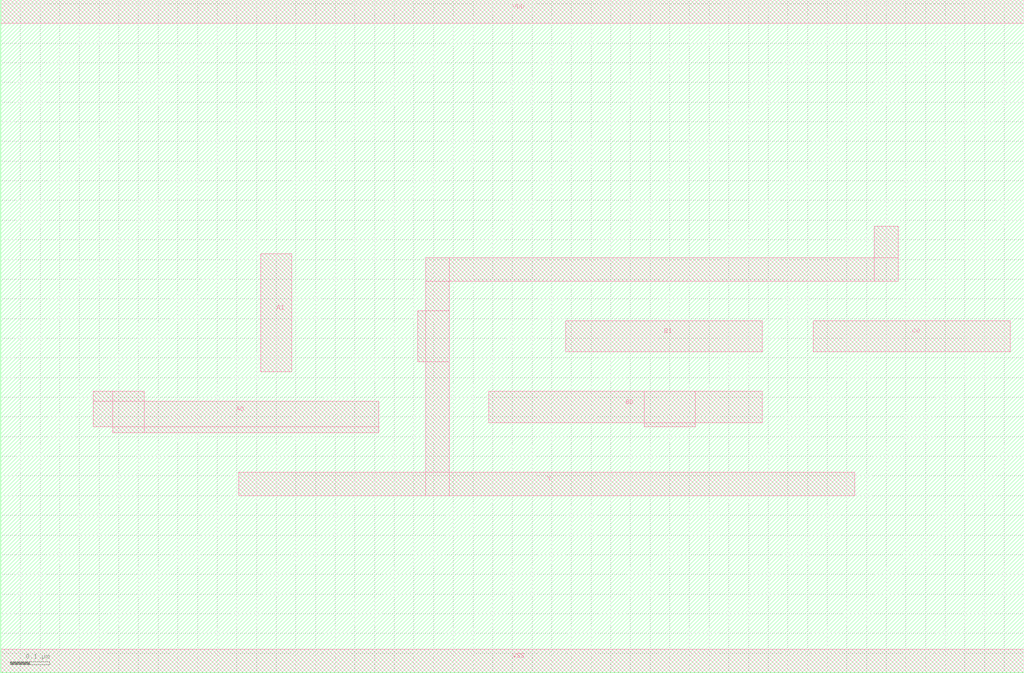
<source format=lef>
VERSION 5.8 ;

BUSBITCHARS "[]" ;

DIVIDERCHAR "/" ;

UNITS
    DATABASE MICRONS 2000 ;
END UNITS

MANUFACTURINGGRID 0.000500 ;

CLEARANCEMEASURE EUCLIDEAN ;
USEMINSPACING OBS ON ;

SITE CoreSite
    CLASS CORE ;
    SIZE 0.200000 BY 1.710000 ; 
END CoreSite

LAYER Metal1
    TYPE ROUTING ;
    DIRECTION HORIZONTAL ;
    MINWIDTH 0.060000 ;
    AREA 0.020000 ;
    WIDTH 0.060000 ;
    SPACING 0.060000 ;
    SPACING 0.090000 ENDOFLINE 0.090000 WITHIN 0.025000 ;
    SPACINGTABLE
    PARALLELRUNLENGTH
                       0.000000
      WIDTH  0.000000  0.060000
      WIDTH  0.100000  0.100000
      WIDTH  0.750000  0.250000
      WIDTH  1.500000  0.450000 ;
    PITCH 0.190000 0.190000 ;
END Metal1

LAYER Via1
    TYPE CUT ;
    SPACING 0.070000 ;
    WIDTH 0.06 ;
END Via1

LAYER Metal2
    TYPE ROUTING ;
    DIRECTION VERTICAL ;
    MINWIDTH 0.070000 ;
    AREA 0.020000 ;
    WIDTH 0.070000 ;
    SPACING 0.070000 ;
    SPACING 0.100000 ENDOFLINE 0.100000 WITHIN 0.035000 ;
    SPACINGTABLE
    PARALLELRUNLENGTH
                       0.000000
      WIDTH  0.000000  0.070000
      WIDTH  0.100000  0.150000
      WIDTH  0.750000  0.250000
      WIDTH  1.500000  0.450000 ;
    PITCH 0.200000 0.200000 ;
END Metal2

LAYER Via2
    TYPE CUT ;
    SPACING 0.070000 ;
    WIDTH 0.07 ;
END Via2

LAYER Metal3
    TYPE ROUTING ;
    DIRECTION HORIZONTAL ;
    MINWIDTH 0.070000 ;
    AREA 0.020000 ;
    WIDTH 0.070000 ;
    SPACING 0.070000 ;
    SPACING 0.100000 ENDOFLINE 0.100000 WITHIN 0.035000 ;
    SPACINGTABLE
    PARALLELRUNLENGTH
                       0.000000
      WIDTH  0.000000  0.070000
      WIDTH  0.100000  0.150000
      WIDTH  0.750000  0.250000
      WIDTH  1.500000  0.450000 ;
    PITCH 0.200000 0.200000 ;
END Metal3

LAYER Via3
    TYPE CUT ;
    SPACING 0.070000 ;
    WIDTH 0.07 ;
END Via3

LAYER Metal4
    TYPE ROUTING ;
    DIRECTION VERTICAL ;
    MINWIDTH 0.070000 ;
    AREA 0.020000 ;
    WIDTH 0.070000 ;
    SPACING 0.070000 ;
    SPACING 0.100000 ENDOFLINE 0.100000 WITHIN 0.035000 ;
    SPACINGTABLE
    PARALLELRUNLENGTH
                       0.000000
      WIDTH  0.000000  0.070000
      WIDTH  0.100000  0.150000
      WIDTH  0.750000  0.250000
      WIDTH  1.500000  0.450000 ;
    PITCH 0.200000 0.200000 ;
END Metal4

LAYER Via4
    TYPE CUT ;
    SPACING 0.070000 ;
    WIDTH 0.07 ;
END Via4

LAYER Metal5
    TYPE ROUTING ;
    DIRECTION HORIZONTAL ;
    MINWIDTH 0.070000 ;
    AREA 0.020000 ;
    WIDTH 0.070000 ;
    SPACING 0.070000 ;
    SPACING 0.100000 ENDOFLINE 0.100000 WITHIN 0.035000 ;
    SPACINGTABLE
    PARALLELRUNLENGTH
                       0.000000
      WIDTH  0.000000  0.070000
      WIDTH  0.100000  0.150000
      WIDTH  0.750000  0.250000
      WIDTH  1.500000  0.450000 ;
    PITCH 0.200000 0.200000 ;
END Metal5

LAYER Via5
    TYPE CUT ;
    SPACING 0.070000 ;
    WIDTH 0.07 ;
END Via5

LAYER Metal6
    TYPE ROUTING ;
    DIRECTION VERTICAL ;
    MINWIDTH 0.070000 ;
    AREA 0.020000 ;
    WIDTH 0.070000 ;
    SPACING 0.070000 ;
    SPACING 0.100000 ENDOFLINE 0.100000 WITHIN 0.035000 ;
    SPACINGTABLE
    PARALLELRUNLENGTH
                       0.000000
      WIDTH  0.000000  0.070000
      WIDTH  0.100000  0.150000
      WIDTH  0.750000  0.250000
      WIDTH  1.500000  0.450000 ;
    PITCH 0.200000 0.200000 ;
END Metal6

LAYER Via6
    TYPE CUT ;
    SPACING 0.070000 ;
    WIDTH 0.07 ;
END Via6

LAYER Metal7
    TYPE ROUTING ;
    DIRECTION HORIZONTAL ;
    MINWIDTH 0.070000 ;
    AREA 0.020000 ;
    WIDTH 0.070000 ;
    SPACING 0.070000 ;
    SPACING 0.100000 ENDOFLINE 0.100000 WITHIN 0.035000 ;
    SPACINGTABLE
    PARALLELRUNLENGTH
                       0.000000
      WIDTH  0.000000  0.070000
      WIDTH  0.100000  0.150000
      WIDTH  0.750000  0.250000
      WIDTH  1.500000  0.450000 ;
    PITCH 0.200000 0.200000 ;
END Metal7

LAYER Via7
    TYPE CUT ;
    SPACING 0.070000 ;
    WIDTH 0.07 ;
END Via7

LAYER Metal8
    TYPE ROUTING ;
    DIRECTION VERTICAL ;
    MINWIDTH 0.070000 ;
    AREA 0.020000 ;
    WIDTH 0.070000 ;
    SPACING 0.070000 ;
    SPACING 0.100000 ENDOFLINE 0.100000 WITHIN 0.035000 ;
    SPACINGTABLE
    PARALLELRUNLENGTH
                       0.000000
      WIDTH  0.000000  0.070000
      WIDTH  0.100000  0.150000
      WIDTH  0.750000  0.250000
      WIDTH  1.500000  0.450000 ;
    PITCH 0.200000 0.200000 ;
END Metal8

LAYER Via8
    TYPE CUT ;
    SPACING 0.070000 ;
    WIDTH 0.07 ;
END Via8

LAYER Metal9
    TYPE ROUTING ;
    DIRECTION HORIZONTAL ;
    MINWIDTH 0.070000 ;
    AREA 0.020000 ;
    WIDTH 0.070000 ;
    SPACING 0.070000 ;
    SPACING 0.100000 ENDOFLINE 0.100000 WITHIN 0.035000 ;
    SPACINGTABLE
    PARALLELRUNLENGTH
                       0.000000
      WIDTH  0.000000  0.070000
      WIDTH  0.100000  0.150000
      WIDTH  0.750000  0.250000
      WIDTH  1.500000  0.450000 ;
    PITCH 0.330000 0.330000 ;
END Metal9

LAYER OVERLAP
    TYPE OVERLAP ;
END OVERLAP

VIA VIA12_1C DEFAULT 
    LAYER Metal1 ;
        RECT -0.065000 -0.035000 0.065000 0.035000 ;
    LAYER Via1 ;
        RECT -0.035000 -0.035000 0.035000 0.035000 ;
    LAYER Metal2 ;
        RECT -0.035000 -0.065000 0.035000 0.065000 ;
END VIA12_1C

VIA VIA12_1C_H DEFAULT 
    LAYER Metal1 ;
        RECT -0.065000 -0.035000 0.065000 0.035000 ;
    LAYER Via1 ;
        RECT -0.035000 -0.035000 0.035000 0.035000 ;
    LAYER Metal2 ;
        RECT -0.065000 -0.035000 0.065000 0.035000 ;
END VIA12_1C_H

VIA VIA12_1C_V DEFAULT 
    LAYER Metal1 ;
        RECT -0.035000 -0.065000 0.035000 0.065000 ;
    LAYER Via1 ;
        RECT -0.035000 -0.035000 0.035000 0.035000 ;
    LAYER Metal2 ;
        RECT -0.035000 -0.065000 0.035000 0.065000 ;
END VIA12_1C_V

VIA VIA23_1C DEFAULT 
    LAYER Metal2 ;
        RECT -0.035000 -0.065000 0.035000 0.065000 ;
    LAYER Via2 ;
        RECT -0.035000 -0.035000 0.035000 0.035000 ;
    LAYER Metal3 ;
        RECT -0.065000 -0.035000 0.065000 0.035000 ;
END VIA23_1C

VIA VIA23_1C_H DEFAULT 
    LAYER Metal2 ;
        RECT -0.065000 -0.035000 0.065000 0.035000 ;
    LAYER Via2 ;
        RECT -0.035000 -0.035000 0.035000 0.035000 ;
    LAYER Metal3 ;
        RECT -0.065000 -0.035000 0.065000 0.035000 ;
END VIA23_1C_H

VIA VIA23_1C_V DEFAULT 
    LAYER Metal2 ;
        RECT -0.035000 -0.065000 0.035000 0.065000 ;
    LAYER Via2 ;
        RECT -0.035000 -0.035000 0.035000 0.035000 ;
    LAYER Metal3 ;
        RECT -0.035000 -0.065000 0.035000 0.065000 ;
END VIA23_1C_V

VIA VIA23_1ST_N DEFAULT 
    LAYER Metal2 ;
        RECT -0.035000 -0.065000 0.035000 0.325000 ;
    LAYER Via2 ;
        RECT -0.035000 -0.035000 0.035000 0.035000 ;
    LAYER Metal3 ;
        RECT -0.065000 -0.035000 0.065000 0.035000 ;
END VIA23_1ST_N

VIA VIA23_1ST_S DEFAULT 
    LAYER Metal2 ;
        RECT -0.035000 -0.325000 0.035000 0.065000 ;
    LAYER Via2 ;
        RECT -0.035000 -0.035000 0.035000 0.035000 ;
    LAYER Metal3 ;
        RECT -0.065000 -0.035000 0.065000 0.035000 ;
END VIA23_1ST_S

VIA VIA34_1C DEFAULT 
    LAYER Metal3 ;
        RECT -0.065000 -0.035000 0.065000 0.035000 ;
    LAYER Via3 ;
        RECT -0.035000 -0.035000 0.035000 0.035000 ;
    LAYER Metal4 ;
        RECT -0.035000 -0.065000 0.035000 0.065000 ;
END VIA34_1C

VIA VIA34_1C_H DEFAULT 
    LAYER Metal3 ;
        RECT -0.065000 -0.035000 0.065000 0.035000 ;
    LAYER Via3 ;
        RECT -0.035000 -0.035000 0.035000 0.035000 ;
    LAYER Metal4 ;
        RECT -0.065000 -0.035000 0.065000 0.035000 ;
END VIA34_1C_H

VIA VIA34_1C_V DEFAULT 
    LAYER Metal3 ;
        RECT -0.035000 -0.065000 0.035000 0.065000 ;
    LAYER Via3 ;
        RECT -0.035000 -0.035000 0.035000 0.035000 ;
    LAYER Metal4 ;
        RECT -0.035000 -0.065000 0.035000 0.065000 ;
END VIA34_1C_V

VIA VIA34_1ST_E DEFAULT 
    LAYER Metal3 ;
        RECT -0.065000 -0.035000 0.325000 0.035000 ;
    LAYER Via3 ;
        RECT -0.035000 -0.035000 0.035000 0.035000 ;
    LAYER Metal4 ;
        RECT -0.035000 -0.065000 0.035000 0.065000 ;
END VIA34_1ST_E

VIA VIA34_1ST_W DEFAULT 
    LAYER Metal3 ;
        RECT -0.325000 -0.035000 0.065000 0.035000 ;
    LAYER Via3 ;
        RECT -0.035000 -0.035000 0.035000 0.035000 ;
    LAYER Metal4 ;
        RECT -0.035000 -0.065000 0.035000 0.065000 ;
END VIA34_1ST_W

VIA VIA45_1C DEFAULT 
    LAYER Metal4 ;
        RECT -0.035000 -0.065000 0.035000 0.065000 ;
    LAYER Via4 ;
        RECT -0.035000 -0.035000 0.035000 0.035000 ;
    LAYER Metal5 ;
        RECT -0.065000 -0.035000 0.065000 0.035000 ;
END VIA45_1C

VIA VIA45_1C_H DEFAULT 
    LAYER Metal4 ;
        RECT -0.065000 -0.035000 0.065000 0.035000 ;
    LAYER Via4 ;
        RECT -0.035000 -0.035000 0.035000 0.035000 ;
    LAYER Metal5 ;
        RECT -0.065000 -0.035000 0.065000 0.035000 ;
END VIA45_1C_H

VIA VIA45_1C_V DEFAULT 
    LAYER Metal4 ;
        RECT -0.035000 -0.065000 0.035000 0.065000 ;
    LAYER Via4 ;
        RECT -0.035000 -0.035000 0.035000 0.035000 ;
    LAYER Metal5 ;
        RECT -0.035000 -0.065000 0.035000 0.065000 ;
END VIA45_1C_V

VIA VIA45_1ST_N DEFAULT 
    LAYER Metal4 ;
        RECT -0.035000 -0.065000 0.035000 0.325000 ;
    LAYER Via4 ;
        RECT -0.035000 -0.035000 0.035000 0.035000 ;
    LAYER Metal5 ;
        RECT -0.065000 -0.035000 0.065000 0.035000 ;
END VIA45_1ST_N

VIA VIA45_1ST_S DEFAULT 
    LAYER Metal4 ;
        RECT -0.035000 -0.325000 0.035000 0.065000 ;
    LAYER Via4 ;
        RECT -0.035000 -0.035000 0.035000 0.035000 ;
    LAYER Metal5 ;
        RECT -0.065000 -0.035000 0.065000 0.035000 ;
END VIA45_1ST_S

VIA VIA5_0_VH DEFAULT 
    LAYER Metal5 ;
        RECT -0.035000 -0.065000 0.035000 0.065000 ;
    LAYER Via5 ;
        RECT -0.035000 -0.035000 0.035000 0.035000 ;
    LAYER Metal6 ;
        RECT -0.065000 -0.035000 0.065000 0.035000 ;
END VIA5_0_VH

VIA VIA6_0_HV DEFAULT 
    LAYER Metal6 ;
        RECT -0.260000 -0.200000 0.260000 0.200000 ;
    LAYER Via6 ;
        RECT -0.180000 -0.180000 0.180000 0.180000 ;
    LAYER Metal7 ;
        RECT -0.200000 -0.260000 0.200000 0.260000 ;
END VIA6_0_HV

VIA VIA7_0_VH DEFAULT 
    LAYER Metal7 ;
        RECT -0.200000 -0.260000 0.200000 0.260000 ;
    LAYER Via7 ;
        RECT -0.180000 -0.180000 0.180000 0.180000 ;
    LAYER Metal8 ;
        RECT -0.260000 -0.200000 0.260000 0.200000 ;
END VIA7_0_VH

VIA VIA8_0_VH DEFAULT 
    LAYER Metal8 ;
        RECT -0.200000 -0.260000 0.200000 0.260000 ;
    LAYER Via8 ;
        RECT -0.180000 -0.180000 0.180000 0.180000 ;
    LAYER Metal9 ;
        RECT -0.260000 -0.200000 0.260000 0.200000 ;
END VIA8_0_VH


MACRO AOI221X2
    CLASS CORE ;
    FOREIGN AOI221X2 0.000000 0.000000 ;
    ORIGIN 0.000000 0.000000 ;
    SIZE 2.600000 BY 1.710000 ;
    SYMMETRY X Y ;
    SITE CoreSite ; 
    PIN A0
        DIRECTION INPUT ;
        USE SIGNAL ;
        PORT
        LAYER Metal1 ;
        RECT 0.235000 0.625000 0.365000 0.715000 ;
        RECT 0.285000 0.610000 0.960000 0.690000 ;
        RECT 0.285000 0.610000 0.365000 0.715000 ;
        RECT 0.235000 0.625000 0.960000 0.690000 ;
        END
    END A0
    PIN A1
        DIRECTION INPUT ;
        USE SIGNAL ;
        PORT
        LAYER Metal1 ;
        RECT 0.660000 0.765000 0.740000 1.065000 ;
        END
    END A1
    PIN B0
        DIRECTION INPUT ;
        USE SIGNAL ;
        PORT
        LAYER Metal1 ;
        RECT 1.635000 0.625000 1.765000 0.715000 ;
        RECT 1.240000 0.635000 1.935000 0.715000 ;
        END
    END B0
    PIN B1
        DIRECTION INPUT ;
        USE SIGNAL ;
        PORT
        LAYER Metal1 ;
        RECT 1.435000 0.815000 1.935000 0.895000 ;
        END
    END B1
    PIN C0
        DIRECTION INPUT ;
        USE SIGNAL ;
        PORT
        LAYER Metal1 ;
        RECT 2.065000 0.815000 2.565000 0.895000 ;
        END
    END C0
    PIN VDD
        DIRECTION INOUT ;
        SHAPE ABUTMENT ;
        USE POWER ;
        PORT
        LAYER Metal1 ;
        RECT 0.000000 1.650000 2.600000 1.710000 ;
        END
    END VDD
    PIN VSS
        DIRECTION INOUT ;
        SHAPE ABUTMENT ;
        USE GROUND ;
        PORT
        LAYER Metal1 ;
        RECT 0.000000 0.000000 2.600000 0.060000 ;
        END
    END VSS
    PIN Y
        DIRECTION OUTPUT ;
        USE SIGNAL ;
        PORT
        LAYER Metal1 ;
        RECT 1.060000 0.790000 1.140000 0.920000 ;
        RECT 2.220000 0.995000 2.280000 1.135000 ;
        RECT 1.080000 0.995000 2.280000 1.055000 ;
        RECT 1.080000 0.450000 1.140000 1.055000 ;
        RECT 0.605000 0.450000 2.170000 0.510000 ;
        END
    END Y
END AOI221X2

MACRO NAND3X2
    CLASS CORE ;
    FOREIGN NAND3X2 0.000000 0.000000 ;
    ORIGIN 0.000000 0.000000 ;
    SIZE 1.600000 BY 1.710000 ;
    SYMMETRY X Y ;
    SITE CoreSite ; 
    PIN A
        DIRECTION INPUT ;
        USE SIGNAL ;
        PORT
        LAYER Metal1 ;
        RECT 0.260000 0.600000 0.370000 0.735000 ;
        RECT 1.240000 0.495000 1.300000 0.735000 ;
        RECT 0.310000 0.495000 1.300000 0.555000 ;
        RECT 0.310000 0.495000 0.370000 0.735000 ;
        END
    END A
    PIN B
        DIRECTION INPUT ;
        USE SIGNAL ;
        PORT
        LAYER Metal1 ;
        RECT 1.060000 0.655000 1.140000 0.920000 ;
        RECT 0.470000 0.655000 1.140000 0.715000 ;
        END
    END B
    PIN C
        DIRECTION INPUT ;
        USE SIGNAL ;
        PORT
        LAYER Metal1 ;
        RECT 0.520000 0.815000 0.765000 0.955000 ;
        RECT 0.520000 0.815000 0.960000 0.895000 ;
        END
    END C
    PIN VDD
        DIRECTION INOUT ;
        SHAPE ABUTMENT ;
        USE POWER ;
        PORT
        LAYER Metal1 ;
        RECT 0.000000 1.650000 1.600000 1.710000 ;
        END
    END VDD
    PIN VSS
        DIRECTION INOUT ;
        SHAPE ABUTMENT ;
        USE GROUND ;
        PORT
        LAYER Metal1 ;
        RECT 0.000000 0.000000 1.600000 0.060000 ;
        END
    END VSS
    PIN Y
        DIRECTION OUTPUT ;
        USE SIGNAL ;
        PORT
        LAYER Metal1 ;
        RECT 1.435000 1.005000 1.565000 1.115000 ;
        RECT 0.360000 1.055000 0.430000 1.335000 ;
        RECT 1.505000 0.335000 1.565000 1.115000 ;
        RECT 1.190000 1.055000 1.250000 1.335000 ;
        RECT 0.795000 0.335000 1.565000 0.395000 ;
        RECT 0.780000 1.055000 0.840000 1.335000 ;
        RECT 0.360000 1.055000 1.565000 1.115000 ;
        END
    END Y
END NAND3X2

END LIBRARY

</source>
